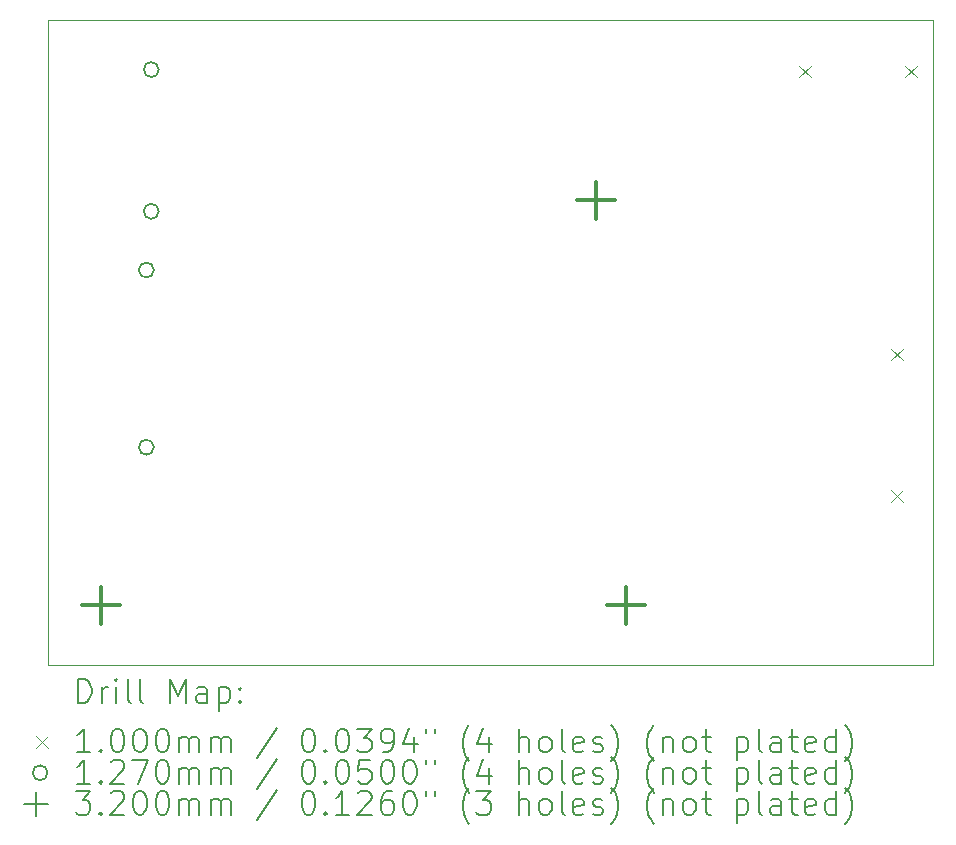
<source format=gbr>
%TF.GenerationSoftware,KiCad,Pcbnew,(6.0.7)*%
%TF.CreationDate,2022-09-17T11:26:50-05:00*%
%TF.ProjectId,BrushlessController,42727573-686c-4657-9373-436f6e74726f,-*%
%TF.SameCoordinates,Original*%
%TF.FileFunction,Drillmap*%
%TF.FilePolarity,Positive*%
%FSLAX45Y45*%
G04 Gerber Fmt 4.5, Leading zero omitted, Abs format (unit mm)*
G04 Created by KiCad (PCBNEW (6.0.7)) date 2022-09-17 11:26:50*
%MOMM*%
%LPD*%
G01*
G04 APERTURE LIST*
%ADD10C,0.100000*%
%ADD11C,0.200000*%
%ADD12C,0.127000*%
%ADD13C,0.320000*%
G04 APERTURE END LIST*
D10*
X11938000Y-6096000D02*
X4445000Y-6096000D01*
X4445000Y-6096000D02*
X4445000Y-11557000D01*
X4445000Y-11557000D02*
X11938000Y-11557000D01*
X11938000Y-11557000D02*
X11938000Y-6096000D01*
D11*
D10*
X10803000Y-6478500D02*
X10903000Y-6578500D01*
X10903000Y-6478500D02*
X10803000Y-6578500D01*
X11582500Y-8875000D02*
X11682500Y-8975000D01*
X11682500Y-8875000D02*
X11582500Y-8975000D01*
X11582500Y-10075000D02*
X11682500Y-10175000D01*
X11682500Y-10075000D02*
X11582500Y-10175000D01*
X11703000Y-6478500D02*
X11803000Y-6578500D01*
X11803000Y-6478500D02*
X11703000Y-6578500D01*
D12*
X5339500Y-8209000D02*
G75*
G03*
X5339500Y-8209000I-63500J0D01*
G01*
X5339500Y-9709000D02*
G75*
G03*
X5339500Y-9709000I-63500J0D01*
G01*
X5381000Y-6512000D02*
G75*
G03*
X5381000Y-6512000I-63500J0D01*
G01*
X5381000Y-7712000D02*
G75*
G03*
X5381000Y-7712000I-63500J0D01*
G01*
D13*
X4889500Y-10889000D02*
X4889500Y-11209000D01*
X4729500Y-11049000D02*
X5049500Y-11049000D01*
X9080500Y-7460000D02*
X9080500Y-7780000D01*
X8920500Y-7620000D02*
X9240500Y-7620000D01*
X9334500Y-10889000D02*
X9334500Y-11209000D01*
X9174500Y-11049000D02*
X9494500Y-11049000D01*
D11*
X4697619Y-11872476D02*
X4697619Y-11672476D01*
X4745238Y-11672476D01*
X4773810Y-11682000D01*
X4792857Y-11701048D01*
X4802381Y-11720095D01*
X4811905Y-11758190D01*
X4811905Y-11786762D01*
X4802381Y-11824857D01*
X4792857Y-11843905D01*
X4773810Y-11862952D01*
X4745238Y-11872476D01*
X4697619Y-11872476D01*
X4897619Y-11872476D02*
X4897619Y-11739143D01*
X4897619Y-11777238D02*
X4907143Y-11758190D01*
X4916667Y-11748667D01*
X4935714Y-11739143D01*
X4954762Y-11739143D01*
X5021429Y-11872476D02*
X5021429Y-11739143D01*
X5021429Y-11672476D02*
X5011905Y-11682000D01*
X5021429Y-11691524D01*
X5030952Y-11682000D01*
X5021429Y-11672476D01*
X5021429Y-11691524D01*
X5145238Y-11872476D02*
X5126190Y-11862952D01*
X5116667Y-11843905D01*
X5116667Y-11672476D01*
X5250000Y-11872476D02*
X5230952Y-11862952D01*
X5221429Y-11843905D01*
X5221429Y-11672476D01*
X5478571Y-11872476D02*
X5478571Y-11672476D01*
X5545238Y-11815333D01*
X5611905Y-11672476D01*
X5611905Y-11872476D01*
X5792857Y-11872476D02*
X5792857Y-11767714D01*
X5783333Y-11748667D01*
X5764286Y-11739143D01*
X5726190Y-11739143D01*
X5707143Y-11748667D01*
X5792857Y-11862952D02*
X5773809Y-11872476D01*
X5726190Y-11872476D01*
X5707143Y-11862952D01*
X5697619Y-11843905D01*
X5697619Y-11824857D01*
X5707143Y-11805809D01*
X5726190Y-11796286D01*
X5773809Y-11796286D01*
X5792857Y-11786762D01*
X5888095Y-11739143D02*
X5888095Y-11939143D01*
X5888095Y-11748667D02*
X5907143Y-11739143D01*
X5945238Y-11739143D01*
X5964286Y-11748667D01*
X5973809Y-11758190D01*
X5983333Y-11777238D01*
X5983333Y-11834381D01*
X5973809Y-11853428D01*
X5964286Y-11862952D01*
X5945238Y-11872476D01*
X5907143Y-11872476D01*
X5888095Y-11862952D01*
X6069048Y-11853428D02*
X6078571Y-11862952D01*
X6069048Y-11872476D01*
X6059524Y-11862952D01*
X6069048Y-11853428D01*
X6069048Y-11872476D01*
X6069048Y-11748667D02*
X6078571Y-11758190D01*
X6069048Y-11767714D01*
X6059524Y-11758190D01*
X6069048Y-11748667D01*
X6069048Y-11767714D01*
D10*
X4340000Y-12152000D02*
X4440000Y-12252000D01*
X4440000Y-12152000D02*
X4340000Y-12252000D01*
D11*
X4802381Y-12292476D02*
X4688095Y-12292476D01*
X4745238Y-12292476D02*
X4745238Y-12092476D01*
X4726190Y-12121048D01*
X4707143Y-12140095D01*
X4688095Y-12149619D01*
X4888095Y-12273428D02*
X4897619Y-12282952D01*
X4888095Y-12292476D01*
X4878571Y-12282952D01*
X4888095Y-12273428D01*
X4888095Y-12292476D01*
X5021429Y-12092476D02*
X5040476Y-12092476D01*
X5059524Y-12102000D01*
X5069048Y-12111524D01*
X5078571Y-12130571D01*
X5088095Y-12168667D01*
X5088095Y-12216286D01*
X5078571Y-12254381D01*
X5069048Y-12273428D01*
X5059524Y-12282952D01*
X5040476Y-12292476D01*
X5021429Y-12292476D01*
X5002381Y-12282952D01*
X4992857Y-12273428D01*
X4983333Y-12254381D01*
X4973810Y-12216286D01*
X4973810Y-12168667D01*
X4983333Y-12130571D01*
X4992857Y-12111524D01*
X5002381Y-12102000D01*
X5021429Y-12092476D01*
X5211905Y-12092476D02*
X5230952Y-12092476D01*
X5250000Y-12102000D01*
X5259524Y-12111524D01*
X5269048Y-12130571D01*
X5278571Y-12168667D01*
X5278571Y-12216286D01*
X5269048Y-12254381D01*
X5259524Y-12273428D01*
X5250000Y-12282952D01*
X5230952Y-12292476D01*
X5211905Y-12292476D01*
X5192857Y-12282952D01*
X5183333Y-12273428D01*
X5173810Y-12254381D01*
X5164286Y-12216286D01*
X5164286Y-12168667D01*
X5173810Y-12130571D01*
X5183333Y-12111524D01*
X5192857Y-12102000D01*
X5211905Y-12092476D01*
X5402381Y-12092476D02*
X5421429Y-12092476D01*
X5440476Y-12102000D01*
X5450000Y-12111524D01*
X5459524Y-12130571D01*
X5469048Y-12168667D01*
X5469048Y-12216286D01*
X5459524Y-12254381D01*
X5450000Y-12273428D01*
X5440476Y-12282952D01*
X5421429Y-12292476D01*
X5402381Y-12292476D01*
X5383333Y-12282952D01*
X5373810Y-12273428D01*
X5364286Y-12254381D01*
X5354762Y-12216286D01*
X5354762Y-12168667D01*
X5364286Y-12130571D01*
X5373810Y-12111524D01*
X5383333Y-12102000D01*
X5402381Y-12092476D01*
X5554762Y-12292476D02*
X5554762Y-12159143D01*
X5554762Y-12178190D02*
X5564286Y-12168667D01*
X5583333Y-12159143D01*
X5611905Y-12159143D01*
X5630952Y-12168667D01*
X5640476Y-12187714D01*
X5640476Y-12292476D01*
X5640476Y-12187714D02*
X5650000Y-12168667D01*
X5669048Y-12159143D01*
X5697619Y-12159143D01*
X5716667Y-12168667D01*
X5726190Y-12187714D01*
X5726190Y-12292476D01*
X5821428Y-12292476D02*
X5821428Y-12159143D01*
X5821428Y-12178190D02*
X5830952Y-12168667D01*
X5850000Y-12159143D01*
X5878571Y-12159143D01*
X5897619Y-12168667D01*
X5907143Y-12187714D01*
X5907143Y-12292476D01*
X5907143Y-12187714D02*
X5916667Y-12168667D01*
X5935714Y-12159143D01*
X5964286Y-12159143D01*
X5983333Y-12168667D01*
X5992857Y-12187714D01*
X5992857Y-12292476D01*
X6383333Y-12082952D02*
X6211905Y-12340095D01*
X6640476Y-12092476D02*
X6659524Y-12092476D01*
X6678571Y-12102000D01*
X6688095Y-12111524D01*
X6697619Y-12130571D01*
X6707143Y-12168667D01*
X6707143Y-12216286D01*
X6697619Y-12254381D01*
X6688095Y-12273428D01*
X6678571Y-12282952D01*
X6659524Y-12292476D01*
X6640476Y-12292476D01*
X6621428Y-12282952D01*
X6611905Y-12273428D01*
X6602381Y-12254381D01*
X6592857Y-12216286D01*
X6592857Y-12168667D01*
X6602381Y-12130571D01*
X6611905Y-12111524D01*
X6621428Y-12102000D01*
X6640476Y-12092476D01*
X6792857Y-12273428D02*
X6802381Y-12282952D01*
X6792857Y-12292476D01*
X6783333Y-12282952D01*
X6792857Y-12273428D01*
X6792857Y-12292476D01*
X6926190Y-12092476D02*
X6945238Y-12092476D01*
X6964286Y-12102000D01*
X6973809Y-12111524D01*
X6983333Y-12130571D01*
X6992857Y-12168667D01*
X6992857Y-12216286D01*
X6983333Y-12254381D01*
X6973809Y-12273428D01*
X6964286Y-12282952D01*
X6945238Y-12292476D01*
X6926190Y-12292476D01*
X6907143Y-12282952D01*
X6897619Y-12273428D01*
X6888095Y-12254381D01*
X6878571Y-12216286D01*
X6878571Y-12168667D01*
X6888095Y-12130571D01*
X6897619Y-12111524D01*
X6907143Y-12102000D01*
X6926190Y-12092476D01*
X7059524Y-12092476D02*
X7183333Y-12092476D01*
X7116667Y-12168667D01*
X7145238Y-12168667D01*
X7164286Y-12178190D01*
X7173809Y-12187714D01*
X7183333Y-12206762D01*
X7183333Y-12254381D01*
X7173809Y-12273428D01*
X7164286Y-12282952D01*
X7145238Y-12292476D01*
X7088095Y-12292476D01*
X7069048Y-12282952D01*
X7059524Y-12273428D01*
X7278571Y-12292476D02*
X7316667Y-12292476D01*
X7335714Y-12282952D01*
X7345238Y-12273428D01*
X7364286Y-12244857D01*
X7373809Y-12206762D01*
X7373809Y-12130571D01*
X7364286Y-12111524D01*
X7354762Y-12102000D01*
X7335714Y-12092476D01*
X7297619Y-12092476D01*
X7278571Y-12102000D01*
X7269048Y-12111524D01*
X7259524Y-12130571D01*
X7259524Y-12178190D01*
X7269048Y-12197238D01*
X7278571Y-12206762D01*
X7297619Y-12216286D01*
X7335714Y-12216286D01*
X7354762Y-12206762D01*
X7364286Y-12197238D01*
X7373809Y-12178190D01*
X7545238Y-12159143D02*
X7545238Y-12292476D01*
X7497619Y-12082952D02*
X7450000Y-12225809D01*
X7573809Y-12225809D01*
X7640476Y-12092476D02*
X7640476Y-12130571D01*
X7716667Y-12092476D02*
X7716667Y-12130571D01*
X8011905Y-12368667D02*
X8002381Y-12359143D01*
X7983333Y-12330571D01*
X7973809Y-12311524D01*
X7964286Y-12282952D01*
X7954762Y-12235333D01*
X7954762Y-12197238D01*
X7964286Y-12149619D01*
X7973809Y-12121048D01*
X7983333Y-12102000D01*
X8002381Y-12073428D01*
X8011905Y-12063905D01*
X8173809Y-12159143D02*
X8173809Y-12292476D01*
X8126190Y-12082952D02*
X8078571Y-12225809D01*
X8202381Y-12225809D01*
X8430952Y-12292476D02*
X8430952Y-12092476D01*
X8516667Y-12292476D02*
X8516667Y-12187714D01*
X8507143Y-12168667D01*
X8488095Y-12159143D01*
X8459524Y-12159143D01*
X8440476Y-12168667D01*
X8430952Y-12178190D01*
X8640476Y-12292476D02*
X8621429Y-12282952D01*
X8611905Y-12273428D01*
X8602381Y-12254381D01*
X8602381Y-12197238D01*
X8611905Y-12178190D01*
X8621429Y-12168667D01*
X8640476Y-12159143D01*
X8669048Y-12159143D01*
X8688095Y-12168667D01*
X8697619Y-12178190D01*
X8707143Y-12197238D01*
X8707143Y-12254381D01*
X8697619Y-12273428D01*
X8688095Y-12282952D01*
X8669048Y-12292476D01*
X8640476Y-12292476D01*
X8821429Y-12292476D02*
X8802381Y-12282952D01*
X8792857Y-12263905D01*
X8792857Y-12092476D01*
X8973810Y-12282952D02*
X8954762Y-12292476D01*
X8916667Y-12292476D01*
X8897619Y-12282952D01*
X8888095Y-12263905D01*
X8888095Y-12187714D01*
X8897619Y-12168667D01*
X8916667Y-12159143D01*
X8954762Y-12159143D01*
X8973810Y-12168667D01*
X8983333Y-12187714D01*
X8983333Y-12206762D01*
X8888095Y-12225809D01*
X9059524Y-12282952D02*
X9078571Y-12292476D01*
X9116667Y-12292476D01*
X9135714Y-12282952D01*
X9145238Y-12263905D01*
X9145238Y-12254381D01*
X9135714Y-12235333D01*
X9116667Y-12225809D01*
X9088095Y-12225809D01*
X9069048Y-12216286D01*
X9059524Y-12197238D01*
X9059524Y-12187714D01*
X9069048Y-12168667D01*
X9088095Y-12159143D01*
X9116667Y-12159143D01*
X9135714Y-12168667D01*
X9211905Y-12368667D02*
X9221429Y-12359143D01*
X9240476Y-12330571D01*
X9250000Y-12311524D01*
X9259524Y-12282952D01*
X9269048Y-12235333D01*
X9269048Y-12197238D01*
X9259524Y-12149619D01*
X9250000Y-12121048D01*
X9240476Y-12102000D01*
X9221429Y-12073428D01*
X9211905Y-12063905D01*
X9573810Y-12368667D02*
X9564286Y-12359143D01*
X9545238Y-12330571D01*
X9535714Y-12311524D01*
X9526190Y-12282952D01*
X9516667Y-12235333D01*
X9516667Y-12197238D01*
X9526190Y-12149619D01*
X9535714Y-12121048D01*
X9545238Y-12102000D01*
X9564286Y-12073428D01*
X9573810Y-12063905D01*
X9650000Y-12159143D02*
X9650000Y-12292476D01*
X9650000Y-12178190D02*
X9659524Y-12168667D01*
X9678571Y-12159143D01*
X9707143Y-12159143D01*
X9726190Y-12168667D01*
X9735714Y-12187714D01*
X9735714Y-12292476D01*
X9859524Y-12292476D02*
X9840476Y-12282952D01*
X9830952Y-12273428D01*
X9821429Y-12254381D01*
X9821429Y-12197238D01*
X9830952Y-12178190D01*
X9840476Y-12168667D01*
X9859524Y-12159143D01*
X9888095Y-12159143D01*
X9907143Y-12168667D01*
X9916667Y-12178190D01*
X9926190Y-12197238D01*
X9926190Y-12254381D01*
X9916667Y-12273428D01*
X9907143Y-12282952D01*
X9888095Y-12292476D01*
X9859524Y-12292476D01*
X9983333Y-12159143D02*
X10059524Y-12159143D01*
X10011905Y-12092476D02*
X10011905Y-12263905D01*
X10021429Y-12282952D01*
X10040476Y-12292476D01*
X10059524Y-12292476D01*
X10278571Y-12159143D02*
X10278571Y-12359143D01*
X10278571Y-12168667D02*
X10297619Y-12159143D01*
X10335714Y-12159143D01*
X10354762Y-12168667D01*
X10364286Y-12178190D01*
X10373810Y-12197238D01*
X10373810Y-12254381D01*
X10364286Y-12273428D01*
X10354762Y-12282952D01*
X10335714Y-12292476D01*
X10297619Y-12292476D01*
X10278571Y-12282952D01*
X10488095Y-12292476D02*
X10469048Y-12282952D01*
X10459524Y-12263905D01*
X10459524Y-12092476D01*
X10650000Y-12292476D02*
X10650000Y-12187714D01*
X10640476Y-12168667D01*
X10621429Y-12159143D01*
X10583333Y-12159143D01*
X10564286Y-12168667D01*
X10650000Y-12282952D02*
X10630952Y-12292476D01*
X10583333Y-12292476D01*
X10564286Y-12282952D01*
X10554762Y-12263905D01*
X10554762Y-12244857D01*
X10564286Y-12225809D01*
X10583333Y-12216286D01*
X10630952Y-12216286D01*
X10650000Y-12206762D01*
X10716667Y-12159143D02*
X10792857Y-12159143D01*
X10745238Y-12092476D02*
X10745238Y-12263905D01*
X10754762Y-12282952D01*
X10773810Y-12292476D01*
X10792857Y-12292476D01*
X10935714Y-12282952D02*
X10916667Y-12292476D01*
X10878571Y-12292476D01*
X10859524Y-12282952D01*
X10850000Y-12263905D01*
X10850000Y-12187714D01*
X10859524Y-12168667D01*
X10878571Y-12159143D01*
X10916667Y-12159143D01*
X10935714Y-12168667D01*
X10945238Y-12187714D01*
X10945238Y-12206762D01*
X10850000Y-12225809D01*
X11116667Y-12292476D02*
X11116667Y-12092476D01*
X11116667Y-12282952D02*
X11097619Y-12292476D01*
X11059524Y-12292476D01*
X11040476Y-12282952D01*
X11030952Y-12273428D01*
X11021429Y-12254381D01*
X11021429Y-12197238D01*
X11030952Y-12178190D01*
X11040476Y-12168667D01*
X11059524Y-12159143D01*
X11097619Y-12159143D01*
X11116667Y-12168667D01*
X11192857Y-12368667D02*
X11202381Y-12359143D01*
X11221428Y-12330571D01*
X11230952Y-12311524D01*
X11240476Y-12282952D01*
X11250000Y-12235333D01*
X11250000Y-12197238D01*
X11240476Y-12149619D01*
X11230952Y-12121048D01*
X11221428Y-12102000D01*
X11202381Y-12073428D01*
X11192857Y-12063905D01*
D12*
X4440000Y-12466000D02*
G75*
G03*
X4440000Y-12466000I-63500J0D01*
G01*
D11*
X4802381Y-12556476D02*
X4688095Y-12556476D01*
X4745238Y-12556476D02*
X4745238Y-12356476D01*
X4726190Y-12385048D01*
X4707143Y-12404095D01*
X4688095Y-12413619D01*
X4888095Y-12537428D02*
X4897619Y-12546952D01*
X4888095Y-12556476D01*
X4878571Y-12546952D01*
X4888095Y-12537428D01*
X4888095Y-12556476D01*
X4973810Y-12375524D02*
X4983333Y-12366000D01*
X5002381Y-12356476D01*
X5050000Y-12356476D01*
X5069048Y-12366000D01*
X5078571Y-12375524D01*
X5088095Y-12394571D01*
X5088095Y-12413619D01*
X5078571Y-12442190D01*
X4964286Y-12556476D01*
X5088095Y-12556476D01*
X5154762Y-12356476D02*
X5288095Y-12356476D01*
X5202381Y-12556476D01*
X5402381Y-12356476D02*
X5421429Y-12356476D01*
X5440476Y-12366000D01*
X5450000Y-12375524D01*
X5459524Y-12394571D01*
X5469048Y-12432667D01*
X5469048Y-12480286D01*
X5459524Y-12518381D01*
X5450000Y-12537428D01*
X5440476Y-12546952D01*
X5421429Y-12556476D01*
X5402381Y-12556476D01*
X5383333Y-12546952D01*
X5373810Y-12537428D01*
X5364286Y-12518381D01*
X5354762Y-12480286D01*
X5354762Y-12432667D01*
X5364286Y-12394571D01*
X5373810Y-12375524D01*
X5383333Y-12366000D01*
X5402381Y-12356476D01*
X5554762Y-12556476D02*
X5554762Y-12423143D01*
X5554762Y-12442190D02*
X5564286Y-12432667D01*
X5583333Y-12423143D01*
X5611905Y-12423143D01*
X5630952Y-12432667D01*
X5640476Y-12451714D01*
X5640476Y-12556476D01*
X5640476Y-12451714D02*
X5650000Y-12432667D01*
X5669048Y-12423143D01*
X5697619Y-12423143D01*
X5716667Y-12432667D01*
X5726190Y-12451714D01*
X5726190Y-12556476D01*
X5821428Y-12556476D02*
X5821428Y-12423143D01*
X5821428Y-12442190D02*
X5830952Y-12432667D01*
X5850000Y-12423143D01*
X5878571Y-12423143D01*
X5897619Y-12432667D01*
X5907143Y-12451714D01*
X5907143Y-12556476D01*
X5907143Y-12451714D02*
X5916667Y-12432667D01*
X5935714Y-12423143D01*
X5964286Y-12423143D01*
X5983333Y-12432667D01*
X5992857Y-12451714D01*
X5992857Y-12556476D01*
X6383333Y-12346952D02*
X6211905Y-12604095D01*
X6640476Y-12356476D02*
X6659524Y-12356476D01*
X6678571Y-12366000D01*
X6688095Y-12375524D01*
X6697619Y-12394571D01*
X6707143Y-12432667D01*
X6707143Y-12480286D01*
X6697619Y-12518381D01*
X6688095Y-12537428D01*
X6678571Y-12546952D01*
X6659524Y-12556476D01*
X6640476Y-12556476D01*
X6621428Y-12546952D01*
X6611905Y-12537428D01*
X6602381Y-12518381D01*
X6592857Y-12480286D01*
X6592857Y-12432667D01*
X6602381Y-12394571D01*
X6611905Y-12375524D01*
X6621428Y-12366000D01*
X6640476Y-12356476D01*
X6792857Y-12537428D02*
X6802381Y-12546952D01*
X6792857Y-12556476D01*
X6783333Y-12546952D01*
X6792857Y-12537428D01*
X6792857Y-12556476D01*
X6926190Y-12356476D02*
X6945238Y-12356476D01*
X6964286Y-12366000D01*
X6973809Y-12375524D01*
X6983333Y-12394571D01*
X6992857Y-12432667D01*
X6992857Y-12480286D01*
X6983333Y-12518381D01*
X6973809Y-12537428D01*
X6964286Y-12546952D01*
X6945238Y-12556476D01*
X6926190Y-12556476D01*
X6907143Y-12546952D01*
X6897619Y-12537428D01*
X6888095Y-12518381D01*
X6878571Y-12480286D01*
X6878571Y-12432667D01*
X6888095Y-12394571D01*
X6897619Y-12375524D01*
X6907143Y-12366000D01*
X6926190Y-12356476D01*
X7173809Y-12356476D02*
X7078571Y-12356476D01*
X7069048Y-12451714D01*
X7078571Y-12442190D01*
X7097619Y-12432667D01*
X7145238Y-12432667D01*
X7164286Y-12442190D01*
X7173809Y-12451714D01*
X7183333Y-12470762D01*
X7183333Y-12518381D01*
X7173809Y-12537428D01*
X7164286Y-12546952D01*
X7145238Y-12556476D01*
X7097619Y-12556476D01*
X7078571Y-12546952D01*
X7069048Y-12537428D01*
X7307143Y-12356476D02*
X7326190Y-12356476D01*
X7345238Y-12366000D01*
X7354762Y-12375524D01*
X7364286Y-12394571D01*
X7373809Y-12432667D01*
X7373809Y-12480286D01*
X7364286Y-12518381D01*
X7354762Y-12537428D01*
X7345238Y-12546952D01*
X7326190Y-12556476D01*
X7307143Y-12556476D01*
X7288095Y-12546952D01*
X7278571Y-12537428D01*
X7269048Y-12518381D01*
X7259524Y-12480286D01*
X7259524Y-12432667D01*
X7269048Y-12394571D01*
X7278571Y-12375524D01*
X7288095Y-12366000D01*
X7307143Y-12356476D01*
X7497619Y-12356476D02*
X7516667Y-12356476D01*
X7535714Y-12366000D01*
X7545238Y-12375524D01*
X7554762Y-12394571D01*
X7564286Y-12432667D01*
X7564286Y-12480286D01*
X7554762Y-12518381D01*
X7545238Y-12537428D01*
X7535714Y-12546952D01*
X7516667Y-12556476D01*
X7497619Y-12556476D01*
X7478571Y-12546952D01*
X7469048Y-12537428D01*
X7459524Y-12518381D01*
X7450000Y-12480286D01*
X7450000Y-12432667D01*
X7459524Y-12394571D01*
X7469048Y-12375524D01*
X7478571Y-12366000D01*
X7497619Y-12356476D01*
X7640476Y-12356476D02*
X7640476Y-12394571D01*
X7716667Y-12356476D02*
X7716667Y-12394571D01*
X8011905Y-12632667D02*
X8002381Y-12623143D01*
X7983333Y-12594571D01*
X7973809Y-12575524D01*
X7964286Y-12546952D01*
X7954762Y-12499333D01*
X7954762Y-12461238D01*
X7964286Y-12413619D01*
X7973809Y-12385048D01*
X7983333Y-12366000D01*
X8002381Y-12337428D01*
X8011905Y-12327905D01*
X8173809Y-12423143D02*
X8173809Y-12556476D01*
X8126190Y-12346952D02*
X8078571Y-12489809D01*
X8202381Y-12489809D01*
X8430952Y-12556476D02*
X8430952Y-12356476D01*
X8516667Y-12556476D02*
X8516667Y-12451714D01*
X8507143Y-12432667D01*
X8488095Y-12423143D01*
X8459524Y-12423143D01*
X8440476Y-12432667D01*
X8430952Y-12442190D01*
X8640476Y-12556476D02*
X8621429Y-12546952D01*
X8611905Y-12537428D01*
X8602381Y-12518381D01*
X8602381Y-12461238D01*
X8611905Y-12442190D01*
X8621429Y-12432667D01*
X8640476Y-12423143D01*
X8669048Y-12423143D01*
X8688095Y-12432667D01*
X8697619Y-12442190D01*
X8707143Y-12461238D01*
X8707143Y-12518381D01*
X8697619Y-12537428D01*
X8688095Y-12546952D01*
X8669048Y-12556476D01*
X8640476Y-12556476D01*
X8821429Y-12556476D02*
X8802381Y-12546952D01*
X8792857Y-12527905D01*
X8792857Y-12356476D01*
X8973810Y-12546952D02*
X8954762Y-12556476D01*
X8916667Y-12556476D01*
X8897619Y-12546952D01*
X8888095Y-12527905D01*
X8888095Y-12451714D01*
X8897619Y-12432667D01*
X8916667Y-12423143D01*
X8954762Y-12423143D01*
X8973810Y-12432667D01*
X8983333Y-12451714D01*
X8983333Y-12470762D01*
X8888095Y-12489809D01*
X9059524Y-12546952D02*
X9078571Y-12556476D01*
X9116667Y-12556476D01*
X9135714Y-12546952D01*
X9145238Y-12527905D01*
X9145238Y-12518381D01*
X9135714Y-12499333D01*
X9116667Y-12489809D01*
X9088095Y-12489809D01*
X9069048Y-12480286D01*
X9059524Y-12461238D01*
X9059524Y-12451714D01*
X9069048Y-12432667D01*
X9088095Y-12423143D01*
X9116667Y-12423143D01*
X9135714Y-12432667D01*
X9211905Y-12632667D02*
X9221429Y-12623143D01*
X9240476Y-12594571D01*
X9250000Y-12575524D01*
X9259524Y-12546952D01*
X9269048Y-12499333D01*
X9269048Y-12461238D01*
X9259524Y-12413619D01*
X9250000Y-12385048D01*
X9240476Y-12366000D01*
X9221429Y-12337428D01*
X9211905Y-12327905D01*
X9573810Y-12632667D02*
X9564286Y-12623143D01*
X9545238Y-12594571D01*
X9535714Y-12575524D01*
X9526190Y-12546952D01*
X9516667Y-12499333D01*
X9516667Y-12461238D01*
X9526190Y-12413619D01*
X9535714Y-12385048D01*
X9545238Y-12366000D01*
X9564286Y-12337428D01*
X9573810Y-12327905D01*
X9650000Y-12423143D02*
X9650000Y-12556476D01*
X9650000Y-12442190D02*
X9659524Y-12432667D01*
X9678571Y-12423143D01*
X9707143Y-12423143D01*
X9726190Y-12432667D01*
X9735714Y-12451714D01*
X9735714Y-12556476D01*
X9859524Y-12556476D02*
X9840476Y-12546952D01*
X9830952Y-12537428D01*
X9821429Y-12518381D01*
X9821429Y-12461238D01*
X9830952Y-12442190D01*
X9840476Y-12432667D01*
X9859524Y-12423143D01*
X9888095Y-12423143D01*
X9907143Y-12432667D01*
X9916667Y-12442190D01*
X9926190Y-12461238D01*
X9926190Y-12518381D01*
X9916667Y-12537428D01*
X9907143Y-12546952D01*
X9888095Y-12556476D01*
X9859524Y-12556476D01*
X9983333Y-12423143D02*
X10059524Y-12423143D01*
X10011905Y-12356476D02*
X10011905Y-12527905D01*
X10021429Y-12546952D01*
X10040476Y-12556476D01*
X10059524Y-12556476D01*
X10278571Y-12423143D02*
X10278571Y-12623143D01*
X10278571Y-12432667D02*
X10297619Y-12423143D01*
X10335714Y-12423143D01*
X10354762Y-12432667D01*
X10364286Y-12442190D01*
X10373810Y-12461238D01*
X10373810Y-12518381D01*
X10364286Y-12537428D01*
X10354762Y-12546952D01*
X10335714Y-12556476D01*
X10297619Y-12556476D01*
X10278571Y-12546952D01*
X10488095Y-12556476D02*
X10469048Y-12546952D01*
X10459524Y-12527905D01*
X10459524Y-12356476D01*
X10650000Y-12556476D02*
X10650000Y-12451714D01*
X10640476Y-12432667D01*
X10621429Y-12423143D01*
X10583333Y-12423143D01*
X10564286Y-12432667D01*
X10650000Y-12546952D02*
X10630952Y-12556476D01*
X10583333Y-12556476D01*
X10564286Y-12546952D01*
X10554762Y-12527905D01*
X10554762Y-12508857D01*
X10564286Y-12489809D01*
X10583333Y-12480286D01*
X10630952Y-12480286D01*
X10650000Y-12470762D01*
X10716667Y-12423143D02*
X10792857Y-12423143D01*
X10745238Y-12356476D02*
X10745238Y-12527905D01*
X10754762Y-12546952D01*
X10773810Y-12556476D01*
X10792857Y-12556476D01*
X10935714Y-12546952D02*
X10916667Y-12556476D01*
X10878571Y-12556476D01*
X10859524Y-12546952D01*
X10850000Y-12527905D01*
X10850000Y-12451714D01*
X10859524Y-12432667D01*
X10878571Y-12423143D01*
X10916667Y-12423143D01*
X10935714Y-12432667D01*
X10945238Y-12451714D01*
X10945238Y-12470762D01*
X10850000Y-12489809D01*
X11116667Y-12556476D02*
X11116667Y-12356476D01*
X11116667Y-12546952D02*
X11097619Y-12556476D01*
X11059524Y-12556476D01*
X11040476Y-12546952D01*
X11030952Y-12537428D01*
X11021429Y-12518381D01*
X11021429Y-12461238D01*
X11030952Y-12442190D01*
X11040476Y-12432667D01*
X11059524Y-12423143D01*
X11097619Y-12423143D01*
X11116667Y-12432667D01*
X11192857Y-12632667D02*
X11202381Y-12623143D01*
X11221428Y-12594571D01*
X11230952Y-12575524D01*
X11240476Y-12546952D01*
X11250000Y-12499333D01*
X11250000Y-12461238D01*
X11240476Y-12413619D01*
X11230952Y-12385048D01*
X11221428Y-12366000D01*
X11202381Y-12337428D01*
X11192857Y-12327905D01*
X4340000Y-12630000D02*
X4340000Y-12830000D01*
X4240000Y-12730000D02*
X4440000Y-12730000D01*
X4678571Y-12620476D02*
X4802381Y-12620476D01*
X4735714Y-12696667D01*
X4764286Y-12696667D01*
X4783333Y-12706190D01*
X4792857Y-12715714D01*
X4802381Y-12734762D01*
X4802381Y-12782381D01*
X4792857Y-12801428D01*
X4783333Y-12810952D01*
X4764286Y-12820476D01*
X4707143Y-12820476D01*
X4688095Y-12810952D01*
X4678571Y-12801428D01*
X4888095Y-12801428D02*
X4897619Y-12810952D01*
X4888095Y-12820476D01*
X4878571Y-12810952D01*
X4888095Y-12801428D01*
X4888095Y-12820476D01*
X4973810Y-12639524D02*
X4983333Y-12630000D01*
X5002381Y-12620476D01*
X5050000Y-12620476D01*
X5069048Y-12630000D01*
X5078571Y-12639524D01*
X5088095Y-12658571D01*
X5088095Y-12677619D01*
X5078571Y-12706190D01*
X4964286Y-12820476D01*
X5088095Y-12820476D01*
X5211905Y-12620476D02*
X5230952Y-12620476D01*
X5250000Y-12630000D01*
X5259524Y-12639524D01*
X5269048Y-12658571D01*
X5278571Y-12696667D01*
X5278571Y-12744286D01*
X5269048Y-12782381D01*
X5259524Y-12801428D01*
X5250000Y-12810952D01*
X5230952Y-12820476D01*
X5211905Y-12820476D01*
X5192857Y-12810952D01*
X5183333Y-12801428D01*
X5173810Y-12782381D01*
X5164286Y-12744286D01*
X5164286Y-12696667D01*
X5173810Y-12658571D01*
X5183333Y-12639524D01*
X5192857Y-12630000D01*
X5211905Y-12620476D01*
X5402381Y-12620476D02*
X5421429Y-12620476D01*
X5440476Y-12630000D01*
X5450000Y-12639524D01*
X5459524Y-12658571D01*
X5469048Y-12696667D01*
X5469048Y-12744286D01*
X5459524Y-12782381D01*
X5450000Y-12801428D01*
X5440476Y-12810952D01*
X5421429Y-12820476D01*
X5402381Y-12820476D01*
X5383333Y-12810952D01*
X5373810Y-12801428D01*
X5364286Y-12782381D01*
X5354762Y-12744286D01*
X5354762Y-12696667D01*
X5364286Y-12658571D01*
X5373810Y-12639524D01*
X5383333Y-12630000D01*
X5402381Y-12620476D01*
X5554762Y-12820476D02*
X5554762Y-12687143D01*
X5554762Y-12706190D02*
X5564286Y-12696667D01*
X5583333Y-12687143D01*
X5611905Y-12687143D01*
X5630952Y-12696667D01*
X5640476Y-12715714D01*
X5640476Y-12820476D01*
X5640476Y-12715714D02*
X5650000Y-12696667D01*
X5669048Y-12687143D01*
X5697619Y-12687143D01*
X5716667Y-12696667D01*
X5726190Y-12715714D01*
X5726190Y-12820476D01*
X5821428Y-12820476D02*
X5821428Y-12687143D01*
X5821428Y-12706190D02*
X5830952Y-12696667D01*
X5850000Y-12687143D01*
X5878571Y-12687143D01*
X5897619Y-12696667D01*
X5907143Y-12715714D01*
X5907143Y-12820476D01*
X5907143Y-12715714D02*
X5916667Y-12696667D01*
X5935714Y-12687143D01*
X5964286Y-12687143D01*
X5983333Y-12696667D01*
X5992857Y-12715714D01*
X5992857Y-12820476D01*
X6383333Y-12610952D02*
X6211905Y-12868095D01*
X6640476Y-12620476D02*
X6659524Y-12620476D01*
X6678571Y-12630000D01*
X6688095Y-12639524D01*
X6697619Y-12658571D01*
X6707143Y-12696667D01*
X6707143Y-12744286D01*
X6697619Y-12782381D01*
X6688095Y-12801428D01*
X6678571Y-12810952D01*
X6659524Y-12820476D01*
X6640476Y-12820476D01*
X6621428Y-12810952D01*
X6611905Y-12801428D01*
X6602381Y-12782381D01*
X6592857Y-12744286D01*
X6592857Y-12696667D01*
X6602381Y-12658571D01*
X6611905Y-12639524D01*
X6621428Y-12630000D01*
X6640476Y-12620476D01*
X6792857Y-12801428D02*
X6802381Y-12810952D01*
X6792857Y-12820476D01*
X6783333Y-12810952D01*
X6792857Y-12801428D01*
X6792857Y-12820476D01*
X6992857Y-12820476D02*
X6878571Y-12820476D01*
X6935714Y-12820476D02*
X6935714Y-12620476D01*
X6916667Y-12649048D01*
X6897619Y-12668095D01*
X6878571Y-12677619D01*
X7069048Y-12639524D02*
X7078571Y-12630000D01*
X7097619Y-12620476D01*
X7145238Y-12620476D01*
X7164286Y-12630000D01*
X7173809Y-12639524D01*
X7183333Y-12658571D01*
X7183333Y-12677619D01*
X7173809Y-12706190D01*
X7059524Y-12820476D01*
X7183333Y-12820476D01*
X7354762Y-12620476D02*
X7316667Y-12620476D01*
X7297619Y-12630000D01*
X7288095Y-12639524D01*
X7269048Y-12668095D01*
X7259524Y-12706190D01*
X7259524Y-12782381D01*
X7269048Y-12801428D01*
X7278571Y-12810952D01*
X7297619Y-12820476D01*
X7335714Y-12820476D01*
X7354762Y-12810952D01*
X7364286Y-12801428D01*
X7373809Y-12782381D01*
X7373809Y-12734762D01*
X7364286Y-12715714D01*
X7354762Y-12706190D01*
X7335714Y-12696667D01*
X7297619Y-12696667D01*
X7278571Y-12706190D01*
X7269048Y-12715714D01*
X7259524Y-12734762D01*
X7497619Y-12620476D02*
X7516667Y-12620476D01*
X7535714Y-12630000D01*
X7545238Y-12639524D01*
X7554762Y-12658571D01*
X7564286Y-12696667D01*
X7564286Y-12744286D01*
X7554762Y-12782381D01*
X7545238Y-12801428D01*
X7535714Y-12810952D01*
X7516667Y-12820476D01*
X7497619Y-12820476D01*
X7478571Y-12810952D01*
X7469048Y-12801428D01*
X7459524Y-12782381D01*
X7450000Y-12744286D01*
X7450000Y-12696667D01*
X7459524Y-12658571D01*
X7469048Y-12639524D01*
X7478571Y-12630000D01*
X7497619Y-12620476D01*
X7640476Y-12620476D02*
X7640476Y-12658571D01*
X7716667Y-12620476D02*
X7716667Y-12658571D01*
X8011905Y-12896667D02*
X8002381Y-12887143D01*
X7983333Y-12858571D01*
X7973809Y-12839524D01*
X7964286Y-12810952D01*
X7954762Y-12763333D01*
X7954762Y-12725238D01*
X7964286Y-12677619D01*
X7973809Y-12649048D01*
X7983333Y-12630000D01*
X8002381Y-12601428D01*
X8011905Y-12591905D01*
X8069048Y-12620476D02*
X8192857Y-12620476D01*
X8126190Y-12696667D01*
X8154762Y-12696667D01*
X8173809Y-12706190D01*
X8183333Y-12715714D01*
X8192857Y-12734762D01*
X8192857Y-12782381D01*
X8183333Y-12801428D01*
X8173809Y-12810952D01*
X8154762Y-12820476D01*
X8097619Y-12820476D01*
X8078571Y-12810952D01*
X8069048Y-12801428D01*
X8430952Y-12820476D02*
X8430952Y-12620476D01*
X8516667Y-12820476D02*
X8516667Y-12715714D01*
X8507143Y-12696667D01*
X8488095Y-12687143D01*
X8459524Y-12687143D01*
X8440476Y-12696667D01*
X8430952Y-12706190D01*
X8640476Y-12820476D02*
X8621429Y-12810952D01*
X8611905Y-12801428D01*
X8602381Y-12782381D01*
X8602381Y-12725238D01*
X8611905Y-12706190D01*
X8621429Y-12696667D01*
X8640476Y-12687143D01*
X8669048Y-12687143D01*
X8688095Y-12696667D01*
X8697619Y-12706190D01*
X8707143Y-12725238D01*
X8707143Y-12782381D01*
X8697619Y-12801428D01*
X8688095Y-12810952D01*
X8669048Y-12820476D01*
X8640476Y-12820476D01*
X8821429Y-12820476D02*
X8802381Y-12810952D01*
X8792857Y-12791905D01*
X8792857Y-12620476D01*
X8973810Y-12810952D02*
X8954762Y-12820476D01*
X8916667Y-12820476D01*
X8897619Y-12810952D01*
X8888095Y-12791905D01*
X8888095Y-12715714D01*
X8897619Y-12696667D01*
X8916667Y-12687143D01*
X8954762Y-12687143D01*
X8973810Y-12696667D01*
X8983333Y-12715714D01*
X8983333Y-12734762D01*
X8888095Y-12753809D01*
X9059524Y-12810952D02*
X9078571Y-12820476D01*
X9116667Y-12820476D01*
X9135714Y-12810952D01*
X9145238Y-12791905D01*
X9145238Y-12782381D01*
X9135714Y-12763333D01*
X9116667Y-12753809D01*
X9088095Y-12753809D01*
X9069048Y-12744286D01*
X9059524Y-12725238D01*
X9059524Y-12715714D01*
X9069048Y-12696667D01*
X9088095Y-12687143D01*
X9116667Y-12687143D01*
X9135714Y-12696667D01*
X9211905Y-12896667D02*
X9221429Y-12887143D01*
X9240476Y-12858571D01*
X9250000Y-12839524D01*
X9259524Y-12810952D01*
X9269048Y-12763333D01*
X9269048Y-12725238D01*
X9259524Y-12677619D01*
X9250000Y-12649048D01*
X9240476Y-12630000D01*
X9221429Y-12601428D01*
X9211905Y-12591905D01*
X9573810Y-12896667D02*
X9564286Y-12887143D01*
X9545238Y-12858571D01*
X9535714Y-12839524D01*
X9526190Y-12810952D01*
X9516667Y-12763333D01*
X9516667Y-12725238D01*
X9526190Y-12677619D01*
X9535714Y-12649048D01*
X9545238Y-12630000D01*
X9564286Y-12601428D01*
X9573810Y-12591905D01*
X9650000Y-12687143D02*
X9650000Y-12820476D01*
X9650000Y-12706190D02*
X9659524Y-12696667D01*
X9678571Y-12687143D01*
X9707143Y-12687143D01*
X9726190Y-12696667D01*
X9735714Y-12715714D01*
X9735714Y-12820476D01*
X9859524Y-12820476D02*
X9840476Y-12810952D01*
X9830952Y-12801428D01*
X9821429Y-12782381D01*
X9821429Y-12725238D01*
X9830952Y-12706190D01*
X9840476Y-12696667D01*
X9859524Y-12687143D01*
X9888095Y-12687143D01*
X9907143Y-12696667D01*
X9916667Y-12706190D01*
X9926190Y-12725238D01*
X9926190Y-12782381D01*
X9916667Y-12801428D01*
X9907143Y-12810952D01*
X9888095Y-12820476D01*
X9859524Y-12820476D01*
X9983333Y-12687143D02*
X10059524Y-12687143D01*
X10011905Y-12620476D02*
X10011905Y-12791905D01*
X10021429Y-12810952D01*
X10040476Y-12820476D01*
X10059524Y-12820476D01*
X10278571Y-12687143D02*
X10278571Y-12887143D01*
X10278571Y-12696667D02*
X10297619Y-12687143D01*
X10335714Y-12687143D01*
X10354762Y-12696667D01*
X10364286Y-12706190D01*
X10373810Y-12725238D01*
X10373810Y-12782381D01*
X10364286Y-12801428D01*
X10354762Y-12810952D01*
X10335714Y-12820476D01*
X10297619Y-12820476D01*
X10278571Y-12810952D01*
X10488095Y-12820476D02*
X10469048Y-12810952D01*
X10459524Y-12791905D01*
X10459524Y-12620476D01*
X10650000Y-12820476D02*
X10650000Y-12715714D01*
X10640476Y-12696667D01*
X10621429Y-12687143D01*
X10583333Y-12687143D01*
X10564286Y-12696667D01*
X10650000Y-12810952D02*
X10630952Y-12820476D01*
X10583333Y-12820476D01*
X10564286Y-12810952D01*
X10554762Y-12791905D01*
X10554762Y-12772857D01*
X10564286Y-12753809D01*
X10583333Y-12744286D01*
X10630952Y-12744286D01*
X10650000Y-12734762D01*
X10716667Y-12687143D02*
X10792857Y-12687143D01*
X10745238Y-12620476D02*
X10745238Y-12791905D01*
X10754762Y-12810952D01*
X10773810Y-12820476D01*
X10792857Y-12820476D01*
X10935714Y-12810952D02*
X10916667Y-12820476D01*
X10878571Y-12820476D01*
X10859524Y-12810952D01*
X10850000Y-12791905D01*
X10850000Y-12715714D01*
X10859524Y-12696667D01*
X10878571Y-12687143D01*
X10916667Y-12687143D01*
X10935714Y-12696667D01*
X10945238Y-12715714D01*
X10945238Y-12734762D01*
X10850000Y-12753809D01*
X11116667Y-12820476D02*
X11116667Y-12620476D01*
X11116667Y-12810952D02*
X11097619Y-12820476D01*
X11059524Y-12820476D01*
X11040476Y-12810952D01*
X11030952Y-12801428D01*
X11021429Y-12782381D01*
X11021429Y-12725238D01*
X11030952Y-12706190D01*
X11040476Y-12696667D01*
X11059524Y-12687143D01*
X11097619Y-12687143D01*
X11116667Y-12696667D01*
X11192857Y-12896667D02*
X11202381Y-12887143D01*
X11221428Y-12858571D01*
X11230952Y-12839524D01*
X11240476Y-12810952D01*
X11250000Y-12763333D01*
X11250000Y-12725238D01*
X11240476Y-12677619D01*
X11230952Y-12649048D01*
X11221428Y-12630000D01*
X11202381Y-12601428D01*
X11192857Y-12591905D01*
M02*

</source>
